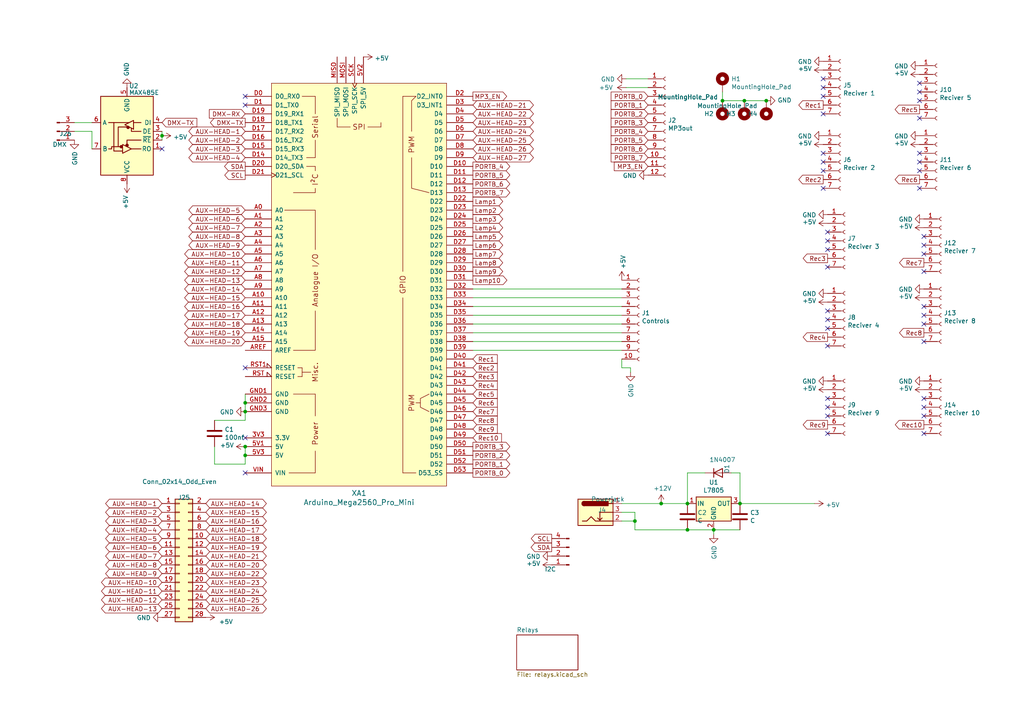
<source format=kicad_sch>
(kicad_sch (version 20230121) (generator eeschema)
  (paper "A4")
  (title_block (title "Quiz Buzzer") (date "2023-04-04") (rev "V0.1.2") (company "Tobin Stage") (comment 1 "By TwinTurbo"))
  (lib_symbols
    (symbol "Connector:Barrel_Jack_Switch" (pin_names hide)
      (property "Reference" "J" (at 0 5.334 0))
      (property "Value" "Barrel_Jack_Switch" (at 0 -5.08 0))
      (symbol "Barrel_Jack_Switch_1_1"
        (pin passive line (at 7.62 2.54 180) (length 2.54) (name "~") (number "1"))
        (pin passive line (at 7.62 -2.54 180) (length 2.54) (name "~") (number "2"))
        (pin passive line (at 7.62 0 180) (length 2.54) (name "~") (number "3"))
      )
    )
    (symbol "Connector:Conn_01x03_Pin" (pin_names (offset 1.016) hide)
      (property "Reference" "J" (at 0 5.08 0))
      (property "Value" "Conn_01x03_Pin" (at 0 -5.08 0))
      (symbol "Conn_01x03_Pin_1_1"
        (pin passive line (at 5.08 2.54 180) (length 3.81) (name "Pin_1") (number "1"))
        (pin passive line (at 5.08 0 180) (length 3.81) (name "Pin_2") (number "2"))
        (pin passive line (at 5.08 -2.54 180) (length 3.81) (name "Pin_3") (number "3"))
      )
    )
    (symbol "Connector:Conn_01x04_Pin" (pin_names (offset 1.016) hide)
      (property "Reference" "J" (at 0 5.08 0))
      (property "Value" "Conn_01x04_Pin" (at 0 -7.62 0))
      (symbol "Conn_01x04_Pin_1_1"
        (pin passive line (at 5.08 2.54 180) (length 3.81) (name "Pin_1") (number "1"))
        (pin passive line (at 5.08 0 180) (length 3.81) (name "Pin_2") (number "2"))
        (pin passive line (at 5.08 -2.54 180) (length 3.81) (name "Pin_3") (number "3"))
        (pin passive line (at 5.08 -5.08 180) (length 3.81) (name "Pin_4") (number "4"))
      )
    )
    (symbol "Connector_Generic:Conn_02x14_Odd_Even" (pin_names (offset 1.016) hide)
      (property "Reference" "J" (at 1.27 17.78 0))
      (property "Value" "Conn_02x14_Odd_Even" (at 1.27 -20.32 0))
      (symbol "Conn_02x14_Odd_Even_1_1"
        (pin passive line (at -5.08 15.24 0) (length 3.81) (name "Pin_1") (number "1"))
        (pin passive line (at 7.62 5.08 180) (length 3.81) (name "Pin_10") (number "10"))
        (pin passive line (at -5.08 2.54 0) (length 3.81) (name "Pin_11") (number "11"))
        (pin passive line (at 7.62 2.54 180) (length 3.81) (name "Pin_12") (number "12"))
        (pin passive line (at -5.08 0 0) (length 3.81) (name "Pin_13") (number "13"))
        (pin passive line (at 7.62 0 180) (length 3.81) (name "Pin_14") (number "14"))
        (pin passive line (at -5.08 -2.54 0) (length 3.81) (name "Pin_15") (number "15"))
        (pin passive line (at 7.62 -2.54 180) (length 3.81) (name "Pin_16") (number "16"))
        (pin passive line (at -5.08 -5.08 0) (length 3.81) (name "Pin_17") (number "17"))
        (pin passive line (at 7.62 -5.08 180) (length 3.81) (name "Pin_18") (number "18"))
        (pin passive line (at -5.08 -7.62 0) (length 3.81) (name "Pin_19") (number "19"))
        (pin passive line (at 7.62 15.24 180) (length 3.81) (name "Pin_2") (number "2"))
        (pin passive line (at 7.62 -7.62 180) (length 3.81) (name "Pin_20") (number "20"))
        (pin passive line (at -5.08 -10.16 0) (length 3.81) (name "Pin_21") (number "21"))
        (pin passive line (at 7.62 -10.16 180) (length 3.81) (name "Pin_22") (number "22"))
        (pin passive line (at -5.08 -12.7 0) (length 3.81) (name "Pin_23") (number "23"))
        (pin passive line (at 7.62 -12.7 180) (length 3.81) (name "Pin_24") (number "24"))
        (pin passive line (at -5.08 -15.24 0) (length 3.81) (name "Pin_25") (number "25"))
        (pin passive line (at 7.62 -15.24 180) (length 3.81) (name "Pin_26") (number "26"))
        (pin passive line (at -5.08 -17.78 0) (length 3.81) (name "Pin_27") (number "27"))
        (pin passive line (at 7.62 -17.78 180) (length 3.81) (name "Pin_28") (number "28"))
        (pin passive line (at -5.08 12.7 0) (length 3.81) (name "Pin_3") (number "3"))
        (pin passive line (at 7.62 12.7 180) (length 3.81) (name "Pin_4") (number "4"))
        (pin passive line (at -5.08 10.16 0) (length 3.81) (name "Pin_5") (number "5"))
        (pin passive line (at 7.62 10.16 180) (length 3.81) (name "Pin_6") (number "6"))
        (pin passive line (at -5.08 7.62 0) (length 3.81) (name "Pin_7") (number "7"))
        (pin passive line (at 7.62 7.62 180) (length 3.81) (name "Pin_8") (number "8"))
        (pin passive line (at -5.08 5.08 0) (length 3.81) (name "Pin_9") (number "9"))
      )
    )
    (symbol "Device:C" (pin_numbers hide) (pin_names (offset 0.254))
      (property "Reference" "C" (at 0.635 2.54 0))
      (property "Value" "C" (at 0.635 -2.54 0))
      (symbol "C_1_1"
        (pin passive line (at 0 3.81 270) (length 2.794) (name "~") (number "1"))
        (pin passive line (at 0 -3.81 90) (length 2.794) (name "~") (number "2"))
      )
    )
    (symbol "Diode:1N4007" (pin_numbers hide) (pin_names hide)
      (property "Reference" "D" (at 0 2.54 0))
      (property "Value" "1N4007" (at 0 -2.54 0))
      (symbol "1N4007_1_1"
        (pin passive line (at -3.81 0 0) (length 2.54) (name "K") (number "1"))
        (pin passive line (at 3.81 0 180) (length 2.54) (name "A") (number "2"))
      )
    )
    (symbol "Interface_UART:MAX485E"
      (property "Reference" "U" (at -6.096 11.43 0))
      (property "Value" "MAX485E" (at 0.762 11.43 0))
      (symbol "MAX485E_1_1"
        (pin output line (at -10.16 2.54 0) (length 2.54) (name "RO") (number "1"))
        (pin input line (at -10.16 0 0) (length 2.54) (name "~{RE}") (number "2"))
        (pin input line (at -10.16 -2.54 0) (length 2.54) (name "DE") (number "3"))
        (pin input line (at -10.16 -5.08 0) (length 2.54) (name "DI") (number "4"))
        (pin power_in line (at 0 -15.24 90) (length 2.54) (name "GND") (number "5"))
        (pin bidirectional line (at 10.16 -5.08 180) (length 2.54) (name "A") (number "6"))
        (pin bidirectional line (at 10.16 2.54 180) (length 2.54) (name "B") (number "7"))
        (pin power_in line (at 0 12.7 270) (length 2.54) (name "VCC") (number "8"))
      )
    )
    (symbol "Mechanical:MountingHole_Pad" (pin_numbers hide) (pin_names (offset 1.016) hide)
      (property "Reference" "H" (at 0 6.35 0))
      (property "Value" "MountingHole_Pad" (at 0 4.445 0))
      (symbol "MountingHole_Pad_1_1"
        (pin input line (at 0 -2.54 90) (length 2.54) (name "1") (number "1"))
      )
    )
    (symbol "Regulator_Linear:L7805" (pin_names (offset 0.254))
      (property "Reference" "U" (at -3.81 3.175 0))
      (property "Value" "L7805" (at 0 3.175 0))
      (symbol "L7805_1_1"
        (pin power_in line (at -7.62 0 0) (length 2.54) (name "IN") (number "1"))
        (pin power_in line (at 0 -7.62 90) (length 2.54) (name "GND") (number "2"))
        (pin power_out line (at 7.62 0 180) (length 2.54) (name "OUT") (number "3"))
      )
    )
    (symbol "power:+12V" (power) (pin_names (offset 0))
      (property "Value" "+12V" (at 0 3.556 0))
      (symbol "+12V_1_1"
        (pin power_in line (at 0 0 90) (length 0) hide (name "+12V") (number "1"))
      )
    )
    (symbol "power:+5V" (power) (pin_names (offset 0))
      (property "Value" "+5V" (at 0 3.556 0))
      (symbol "+5V_1_1"
        (pin power_in line (at 0 0 90) (length 0) hide (name "+5V") (number "1"))
      )
    )
    (symbol "power:GND" (power) (pin_names (offset 0))
      (property "Value" "GND" (at 0 -3.81 0))
      (symbol "GND_1_1"
        (pin power_in line (at 0 0 270) (length 0) hide (name "GND") (number "1"))
      )
    )
    (symbol "quizbuzzer-rescue:Arduino_Mega2560_Pro_Mini-AA-ROBSCH" (pin_names (offset 1.016))
      (property "Reference" "XA1" (at 0 -60.4774 0))
      (property "Value" "Arduino_Mega2560_Pro_Mini" (at 0 -63.1698 0))
      (symbol "Arduino_Mega2560_Pro_Mini-AA-ROBSCH_0_0"
        (text "Analogue I/O" (at -12.7 1.27 900) (effects (font (size 1.524 1.524))))
        (text "I²C" (at -12.7 30.48 900) (effects (font (size 1.524 1.524))))
        (text "Misc." (at -12.7 -25.4 900) (effects (font (size 1.524 1.524))))
        (text "Power" (at -12.7 -43.18 900) (effects (font (size 1.524 1.524))))
        (text "PWM" (at 15.24 -34.29 900) (effects (font (size 1.524 1.524))))
        (text "PWM" (at 15.24 40.64 900) (effects (font (size 1.524 1.524))))
        (text "Serial" (at -12.7 45.72 900) (effects (font (size 1.524 1.524))))
        (text "SPI" (at 0 45.72 0) (effects (font (size 1.524 1.524))))
      )
      (symbol "Arduino_Mega2560_Pro_Mini-AA-ROBSCH_1_0"
        (text "GPIO" (at 12.7 0 900) (effects (font (size 1.524 1.524))))
      )
      (symbol "Arduino_Mega2560_Pro_Mini-AA-ROBSCH_1_1"
        (pin power_in line (at -33.02 -44.45 0) (length 7.62) (name "3.3V") (number "3V3"))
        (pin power_in line (at -33.02 -46.99 0) (length 7.62) (name "5V") (number "5V1"))
        (pin power_in line (at 1.27 66.04 270) (length 7.62) (name "SPI_5V") (number "5V2"))
        (pin power_in line (at -33.02 -49.53 0) (length 7.62) (name "5V") (number "5V3"))
        (pin bidirectional line (at -33.02 21.59 0) (length 7.62) (name "A0") (number "A0"))
        (pin bidirectional line (at -33.02 19.05 0) (length 7.62) (name "A1") (number "A1"))
        (pin bidirectional line (at -33.02 -3.81 0) (length 7.62) (name "A10") (number "A10"))
        (pin bidirectional line (at -33.02 -6.35 0) (length 7.62) (name "A11") (number "A11"))
        (pin bidirectional line (at -33.02 -8.89 0) (length 7.62) (name "A12") (number "A12"))
        (pin bidirectional line (at -33.02 -11.43 0) (length 7.62) (name "A13") (number "A13"))
        (pin bidirectional line (at -33.02 -13.97 0) (length 7.62) (name "A14") (number "A14"))
        (pin bidirectional line (at -33.02 -16.51 0) (length 7.62) (name "A15") (number "A15"))
        (pin bidirectional line (at -33.02 16.51 0) (length 7.62) (name "A2") (number "A2"))
        (pin bidirectional line (at -33.02 13.97 0) (length 7.62) (name "A3") (number "A3"))
        (pin bidirectional line (at -33.02 11.43 0) (length 7.62) (name "A4") (number "A4"))
        (pin bidirectional line (at -33.02 8.89 0) (length 7.62) (name "A5") (number "A5"))
        (pin bidirectional line (at -33.02 6.35 0) (length 7.62) (name "A6") (number "A6"))
        (pin bidirectional line (at -33.02 3.81 0) (length 7.62) (name "A7") (number "A7"))
        (pin bidirectional line (at -33.02 1.27 0) (length 7.62) (name "A8") (number "A8"))
        (pin bidirectional line (at -33.02 -1.27 0) (length 7.62) (name "A9") (number "A9"))
        (pin input line (at -33.02 -19.05 0) (length 7.62) (name "AREF") (number "AREF"))
        (pin bidirectional line (at -33.02 54.61 0) (length 7.62) (name "D0_RX0") (number "D0"))
        (pin bidirectional line (at -33.02 52.07 0) (length 7.62) (name "D1_TX0") (number "D1"))
        (pin bidirectional line (at 33.02 34.29 180) (length 7.62) (name "D10") (number "D10"))
        (pin bidirectional line (at 33.02 31.75 180) (length 7.62) (name "D11") (number "D11"))
        (pin bidirectional line (at 33.02 29.21 180) (length 7.62) (name "D12") (number "D12"))
        (pin bidirectional line (at 33.02 26.67 180) (length 7.62) (name "D13") (number "D13"))
        (pin bidirectional line (at -33.02 36.83 0) (length 7.62) (name "D14_TX3") (number "D14"))
        (pin bidirectional line (at -33.02 39.37 0) (length 7.62) (name "D15_RX3") (number "D15"))
        (pin bidirectional line (at -33.02 41.91 0) (length 7.62) (name "D16_TX2") (number "D16"))
        (pin bidirectional line (at -33.02 44.45 0) (length 7.62) (name "D17_RX2") (number "D17"))
        (pin bidirectional line (at -33.02 46.99 0) (length 7.62) (name "D18_TX1") (number "D18"))
        (pin bidirectional line (at -33.02 49.53 0) (length 7.62) (name "D19_RX1") (number "D19"))
        (pin bidirectional line (at 33.02 54.61 180) (length 7.62) (name "D2_INT0") (number "D2"))
        (pin bidirectional line (at -33.02 34.29 0) (length 7.62) (name "D20_SDA") (number "D20"))
        (pin bidirectional clock (at -33.02 31.75 0) (length 7.62) (name "D21_SCL") (number "D21"))
        (pin bidirectional line (at 33.02 24.13 180) (length 7.62) (name "D22") (number "D22"))
        (pin bidirectional line (at 33.02 21.59 180) (length 7.62) (name "D23") (number "D23"))
        (pin bidirectional line (at 33.02 19.05 180) (length 7.62) (name "D24") (number "D24"))
        (pin bidirectional line (at 33.02 16.51 180) (length 7.62) (name "D25") (number "D25"))
        (pin bidirectional line (at 33.02 13.97 180) (length 7.62) (name "D26") (number "D26"))
        (pin bidirectional line (at 33.02 11.43 180) (length 7.62) (name "D27") (number "D27"))
        (pin bidirectional line (at 33.02 8.89 180) (length 7.62) (name "D28") (number "D28"))
        (pin bidirectional line (at 33.02 6.35 180) (length 7.62) (name "D29") (number "D29"))
        (pin bidirectional line (at 33.02 52.07 180) (length 7.62) (name "D3_INT1") (number "D3"))
        (pin bidirectional line (at 33.02 3.81 180) (length 7.62) (name "D30") (number "D30"))
        (pin bidirectional line (at 33.02 1.27 180) (length 7.62) (name "D31") (number "D31"))
        (pin bidirectional line (at 33.02 -1.27 180) (length 7.62) (name "D32") (number "D32"))
        (pin bidirectional line (at 33.02 -3.81 180) (length 7.62) (name "D33") (number "D33"))
        (pin bidirectional line (at 33.02 -6.35 180) (length 7.62) (name "D34") (number "D34"))
        (pin bidirectional line (at 33.02 -8.89 180) (length 7.62) (name "D35") (number "D35"))
        (pin bidirectional line (at 33.02 -11.43 180) (length 7.62) (name "D36") (number "D36"))
        (pin bidirectional line (at 33.02 -13.97 180) (length 7.62) (name "D37") (number "D37"))
        (pin bidirectional line (at 33.02 -16.51 180) (length 7.62) (name "D38") (number "D38"))
        (pin bidirectional line (at 33.02 -19.05 180) (length 7.62) (name "D39") (number "D39"))
        (pin bidirectional line (at 33.02 49.53 180) (length 7.62) (name "D4") (number "D4"))
        (pin bidirectional line (at 33.02 -21.59 180) (length 7.62) (name "D40") (number "D40"))
        (pin bidirectional line (at 33.02 -24.13 180) (length 7.62) (name "D41") (number "D41"))
        (pin bidirectional line (at 33.02 -26.67 180) (length 7.62) (name "D42") (number "D42"))
        (pin bidirectional line (at 33.02 -29.21 180) (length 7.62) (name "D43") (number "D43"))
        (pin bidirectional line (at 33.02 -31.75 180) (length 7.62) (name "D44") (number "D44"))
        (pin bidirectional line (at 33.02 -34.29 180) (length 7.62) (name "D45") (number "D45"))
        (pin bidirectional line (at 33.02 -36.83 180) (length 7.62) (name "D46") (number "D46"))
        (pin bidirectional line (at 33.02 -39.37 180) (length 7.62) (name "D47") (number "D47"))
        (pin bidirectional line (at 33.02 -41.91 180) (length 7.62) (name "D48") (number "D48"))
        (pin bidirectional line (at 33.02 -44.45 180) (length 7.62) (name "D49") (number "D49"))
        (pin bidirectional line (at 33.02 46.99 180) (length 7.62) (name "D5") (number "D5"))
        (pin bidirectional line (at 33.02 -46.99 180) (length 7.62) (name "D50") (number "D50"))
        (pin bidirectional line (at 33.02 -49.53 180) (length 7.62) (name "D51") (number "D51"))
        (pin bidirectional line (at 33.02 -52.07 180) (length 7.62) (name "D52") (number "D52"))
        (pin bidirectional line (at 33.02 -54.61 180) (length 7.62) (name "D53_SS") (number "D53"))
        (pin bidirectional line (at 33.02 44.45 180) (length 7.62) (name "D6") (number "D6"))
        (pin bidirectional line (at 33.02 41.91 180) (length 7.62) (name "D7") (number "D7"))
        (pin bidirectional line (at 33.02 39.37 180) (length 7.62) (name "D8") (number "D8"))
        (pin bidirectional line (at 33.02 36.83 180) (length 7.62) (name "D9") (number "D9"))
        (pin power_in line (at -33.02 -31.75 0) (length 7.62) (name "GND") (number "GND1"))
        (pin power_in line (at -33.02 -34.29 0) (length 7.62) (name "GND") (number "GND2"))
        (pin power_in line (at -33.02 -36.83 0) (length 7.62) (name "GND") (number "GND3"))
        (pin input line (at -6.35 66.04 270) (length 7.62) (name "SPI_MISO") (number "MISO"))
        (pin output line (at -3.81 66.04 270) (length 7.62) (name "SPI_MOSI") (number "MOSI"))
        (pin open_collector input_low (at -33.02 -26.67 0) (length 7.62) (name "RESET") (number "RST"))
        (pin open_collector input_low (at -33.02 -24.13 0) (length 7.62) (name "RESET") (number "RST1"))
        (pin output clock (at -1.27 66.04 270) (length 7.62) (name "SPI_SCK") (number "SCK"))
        (pin power_in line (at -33.02 -54.61 0) (length 7.62) (name "VIN") (number "VIN"))
      )
    )
    (symbol "quizbuzzer-rescue:Conn_01x07_Female-Connector" (pin_names (offset 1.016) hide)
      (property "Reference" "J" (at 0 10.16 0))
      (property "Value" "Connector_Conn_01x07_Female" (at 0 -10.16 0))
      (symbol "Conn_01x07_Female-Connector_1_1"
        (pin passive line (at -5.08 7.62 0) (length 3.81) (name "Pin_1") (number "1"))
        (pin passive line (at -5.08 5.08 0) (length 3.81) (name "Pin_2") (number "2"))
        (pin passive line (at -5.08 2.54 0) (length 3.81) (name "Pin_3") (number "3"))
        (pin passive line (at -5.08 0 0) (length 3.81) (name "Pin_4") (number "4"))
        (pin passive line (at -5.08 -2.54 0) (length 3.81) (name "Pin_5") (number "5"))
        (pin passive line (at -5.08 -5.08 0) (length 3.81) (name "Pin_6") (number "6"))
        (pin passive line (at -5.08 -7.62 0) (length 3.81) (name "Pin_7") (number "7"))
      )
    )
    (symbol "quizbuzzer-rescue:Conn_01x10_Female-Connector" (pin_names (offset 1.016) hide)
      (property "Reference" "J" (at 0 12.7 0))
      (property "Value" "Connector_Conn_01x10_Female" (at 0 -15.24 0))
      (symbol "Conn_01x10_Female-Connector_1_1"
        (pin passive line (at -5.08 10.16 0) (length 3.81) (name "Pin_1") (number "1"))
        (pin passive line (at -5.08 -12.7 0) (length 3.81) (name "Pin_10") (number "10"))
        (pin passive line (at -5.08 7.62 0) (length 3.81) (name "Pin_2") (number "2"))
        (pin passive line (at -5.08 5.08 0) (length 3.81) (name "Pin_3") (number "3"))
        (pin passive line (at -5.08 2.54 0) (length 3.81) (name "Pin_4") (number "4"))
        (pin passive line (at -5.08 0 0) (length 3.81) (name "Pin_5") (number "5"))
        (pin passive line (at -5.08 -2.54 0) (length 3.81) (name "Pin_6") (number "6"))
        (pin passive line (at -5.08 -5.08 0) (length 3.81) (name "Pin_7") (number "7"))
        (pin passive line (at -5.08 -7.62 0) (length 3.81) (name "Pin_8") (number "8"))
        (pin passive line (at -5.08 -10.16 0) (length 3.81) (name "Pin_9") (number "9"))
      )
    )
    (symbol "quizbuzzer-rescue:Conn_01x12_Female-Connector" (pin_names (offset 1.016) hide)
      (property "Reference" "J" (at 0 15.24 0))
      (property "Value" "Connector_Conn_01x12_Female" (at 0 -17.78 0))
      (symbol "Conn_01x12_Female-Connector_1_1"
        (pin passive line (at -5.08 12.7 0) (length 3.81) (name "Pin_1") (number "1"))
        (pin passive line (at -5.08 -10.16 0) (length 3.81) (name "Pin_10") (number "10"))
        (pin passive line (at -5.08 -12.7 0) (length 3.81) (name "Pin_11") (number "11"))
        (pin passive line (at -5.08 -15.24 0) (length 3.81) (name "Pin_12") (number "12"))
        (pin passive line (at -5.08 10.16 0) (length 3.81) (name "Pin_2") (number "2"))
        (pin passive line (at -5.08 7.62 0) (length 3.81) (name "Pin_3") (number "3"))
        (pin passive line (at -5.08 5.08 0) (length 3.81) (name "Pin_4") (number "4"))
        (pin passive line (at -5.08 2.54 0) (length 3.81) (name "Pin_5") (number "5"))
        (pin passive line (at -5.08 0 0) (length 3.81) (name "Pin_6") (number "6"))
        (pin passive line (at -5.08 -2.54 0) (length 3.81) (name "Pin_7") (number "7"))
        (pin passive line (at -5.08 -5.08 0) (length 3.81) (name "Pin_8") (number "8"))
        (pin passive line (at -5.08 -7.62 0) (length 3.81) (name "Pin_9") (number "9"))
      )
    )
  )
  (junction (at 46.99 39.37))
  (junction (at 71.12 119.38))
  (junction (at 209.55 29.21))
  (junction (at 214.63 146.05))
  (junction (at 71.12 129.54))
  (junction (at 215.9 29.21))
  (junction (at 71.12 132.08))
  (junction (at 222.25 29.21))
  (junction (at 199.39 153.67))
  (junction (at 191.77 146.05))
  (junction (at 207.01 153.67))
  (junction (at 199.39 146.05))
  (junction (at 71.12 116.84))
  (junction (at 184.15 151.13))
  (no_connect (at 267.97 115.57))
  (no_connect (at 267.97 73.66))
  (no_connect (at 240.03 115.57))
  (no_connect (at 266.7 29.21))
  (no_connect (at 266.7 26.67))
  (no_connect (at 71.12 27.94))
  (no_connect (at 238.76 46.99))
  (no_connect (at 238.76 22.86))
  (no_connect (at 266.7 49.53))
  (no_connect (at 267.97 120.65))
  (no_connect (at 71.12 137.16))
  (no_connect (at 267.97 118.11))
  (no_connect (at 238.76 25.4))
  (no_connect (at 266.7 34.29))
  (no_connect (at 267.97 125.73))
  (no_connect (at 266.7 46.99))
  (no_connect (at 240.03 67.31))
  (no_connect (at 240.03 72.39))
  (no_connect (at 266.7 44.45))
  (no_connect (at 238.76 27.94))
  (no_connect (at 267.97 68.58))
  (no_connect (at 71.12 30.48))
  (no_connect (at 240.03 125.73))
  (no_connect (at 240.03 90.17))
  (no_connect (at 238.76 44.45))
  (no_connect (at 238.76 54.61))
  (no_connect (at 240.03 120.65))
  (no_connect (at 240.03 118.11))
  (no_connect (at 267.97 88.9))
  (no_connect (at 266.7 54.61))
  (no_connect (at 71.12 127))
  (no_connect (at 46.99 43.18))
  (no_connect (at 240.03 92.71))
  (no_connect (at 240.03 69.85))
  (no_connect (at 267.97 78.74))
  (no_connect (at 238.76 33.02))
  (no_connect (at 240.03 95.25))
  (no_connect (at 267.97 99.06))
  (no_connect (at 267.97 91.44))
  (no_connect (at 71.12 106.68))
  (no_connect (at 240.03 77.47))
  (no_connect (at 238.76 49.53))
  (no_connect (at 267.97 93.98))
  (no_connect (at 266.7 24.13))
  (no_connect (at 267.97 71.12))
  (no_connect (at 240.03 100.33))
  (wire (pts (xy 62.23 121.92) (xy 71.12 121.92)))
  (wire (pts (xy 26.67 38.1) (xy 26.67 43.18)))
  (wire (pts (xy 207.01 153.67) (xy 214.63 153.67)))
  (wire (pts (xy 71.12 116.84) (xy 71.12 119.38)))
  (wire (pts (xy 215.9 29.21) (xy 222.25 29.21)))
  (wire (pts (xy 180.34 148.59) (xy 184.15 148.59)))
  (wire (pts (xy 180.34 146.05) (xy 191.77 146.05)))
  (wire (pts (xy 71.12 132.08) (xy 71.12 134.62)))
  (wire (pts (xy 184.15 153.67) (xy 199.39 153.67)))
  (wire (pts (xy 137.16 91.44) (xy 180.34 91.44)))
  (wire (pts (xy 187.96 22.86) (xy 181.61 22.86)))
  (wire (pts (xy 21.59 35.56) (xy 26.67 35.56)))
  (wire (pts (xy 21.59 38.1) (xy 26.67 38.1)))
  (wire (pts (xy 71.12 129.54) (xy 71.12 132.08)))
  (wire (pts (xy 137.16 93.98) (xy 180.34 93.98)))
  (wire (pts (xy 184.15 148.59) (xy 184.15 151.13)))
  (wire (pts (xy 184.15 151.13) (xy 184.15 153.67)))
  (wire (pts (xy 180.34 104.14) (xy 180.34 106.68)))
  (wire (pts (xy 214.63 137.16) (xy 214.63 146.05)))
  (wire (pts (xy 46.99 39.37) (xy 46.99 40.64)))
  (wire (pts (xy 214.63 146.05) (xy 236.22 146.05)))
  (wire (pts (xy 137.16 88.9) (xy 180.34 88.9)))
  (wire (pts (xy 199.39 137.16) (xy 199.39 146.05)))
  (wire (pts (xy 71.12 119.38) (xy 71.12 121.92)))
  (wire (pts (xy 137.16 83.82) (xy 180.34 83.82)))
  (wire (pts (xy 209.55 29.21) (xy 215.9 29.21)))
  (wire (pts (xy 180.34 151.13) (xy 184.15 151.13)))
  (wire (pts (xy 62.23 129.54) (xy 62.23 134.62)))
  (wire (pts (xy 137.16 101.6) (xy 180.34 101.6)))
  (wire (pts (xy 187.96 25.4) (xy 181.61 25.4)))
  (wire (pts (xy 204.47 137.16) (xy 199.39 137.16)))
  (wire (pts (xy 46.99 38.1) (xy 46.99 39.37)))
  (wire (pts (xy 191.77 146.05) (xy 199.39 146.05)))
  (wire (pts (xy 209.55 26.67) (xy 209.55 29.21)))
  (wire (pts (xy 137.16 86.36) (xy 180.34 86.36)))
  (wire (pts (xy 137.16 96.52) (xy 180.34 96.52)))
  (wire (pts (xy 182.88 106.68) (xy 182.88 107.95)))
  (wire (pts (xy 62.23 134.62) (xy 71.12 134.62)))
  (wire (pts (xy 199.39 153.67) (xy 207.01 153.67)))
  (wire (pts (xy 137.16 99.06) (xy 180.34 99.06)))
  (wire (pts (xy 180.34 106.68) (xy 182.88 106.68)))
  (wire (pts (xy 212.09 137.16) (xy 214.63 137.16)))
  (wire (pts (xy 71.12 114.3) (xy 71.12 116.84)))
  (wire (pts (xy 207.01 153.67) (xy 207.01 154.94)))
  (global_label "Lamp2" (shape output) (at 137.16 60.96 0) (property "Intersheetrefs" "${INTERSHEET_REFS}" (effects hide)))
  (global_label "DMX-RX" (shape input) (at 71.12 33.02 180) (property "Intersheetrefs" "${INTERSHEET_REFS}" (effects hide)))
  (global_label "Lamp8" (shape output) (at 137.16 76.2 0) (property "Intersheetrefs" "${INTERSHEET_REFS}" (effects hide)))
  (global_label "PORTB_3" (shape output) (at 137.16 129.54 0) (property "Intersheetrefs" "${INTERSHEET_REFS}" (effects hide)))
  (global_label "AUX-HEAD-20" (shape bidirectional) (at 59.69 163.83 0) (property "Intersheetrefs" "${INTERSHEET_REFS}" (effects hide)))
  (global_label "AUX-HEAD-7" (shape bidirectional) (at 46.99 161.29 180) (property "Intersheetrefs" "${INTERSHEET_REFS}" (effects hide)))
  (global_label "AUX-HEAD-23" (shape bidirectional) (at 59.69 168.91 0) (property "Intersheetrefs" "${INTERSHEET_REFS}" (effects hide)))
  (global_label "AUX-HEAD-17" (shape bidirectional) (at 59.69 153.67 0) (property "Intersheetrefs" "${INTERSHEET_REFS}" (effects hide)))
  (global_label "Rec2" (shape input) (at 137.16 106.68 0) (property "Intersheetrefs" "${INTERSHEET_REFS}" (effects hide)))
  (global_label "Lamp5" (shape output) (at 137.16 68.58 0) (property "Intersheetrefs" "${INTERSHEET_REFS}" (effects hide)))
  (global_label "Lamp9" (shape output) (at 137.16 78.74 0) (property "Intersheetrefs" "${INTERSHEET_REFS}" (effects hide)))
  (global_label "AUX-HEAD-27" (shape bidirectional) (at 137.16 45.72 0) (property "Intersheetrefs" "${INTERSHEET_REFS}" (effects hide)))
  (global_label "AUX-HEAD-2" (shape bidirectional) (at 46.99 148.59 180) (property "Intersheetrefs" "${INTERSHEET_REFS}" (effects hide)))
  (global_label "AUX-HEAD-12" (shape bidirectional) (at 46.99 173.99 180) (property "Intersheetrefs" "${INTERSHEET_REFS}" (effects hide)))
  (global_label "AUX-HEAD-26" (shape bidirectional) (at 137.16 43.18 0) (property "Intersheetrefs" "${INTERSHEET_REFS}" (effects hide)))
  (global_label "AUX-HEAD-8" (shape bidirectional) (at 46.99 163.83 180) (property "Intersheetrefs" "${INTERSHEET_REFS}" (effects hide)))
  (global_label "PORTB_0" (shape input) (at 187.96 27.94 180) (property "Intersheetrefs" "${INTERSHEET_REFS}" (effects hide)))
  (global_label "AUX-HEAD-15" (shape bidirectional) (at 59.69 148.59 0) (property "Intersheetrefs" "${INTERSHEET_REFS}" (effects hide)))
  (global_label "PORTB_2" (shape output) (at 137.16 132.08 0) (property "Intersheetrefs" "${INTERSHEET_REFS}" (effects hide)))
  (global_label "AUX-HEAD-11" (shape bidirectional) (at 46.99 171.45 180) (property "Intersheetrefs" "${INTERSHEET_REFS}" (effects hide)))
  (global_label "AUX-HEAD-22" (shape bidirectional) (at 59.69 166.37 0) (property "Intersheetrefs" "${INTERSHEET_REFS}" (effects hide)))
  (global_label "Rec3" (shape input) (at 137.16 109.22 0) (property "Intersheetrefs" "${INTERSHEET_REFS}" (effects hide)))
  (global_label "AUX-HEAD-14" (shape bidirectional) (at 59.69 146.05 0) (property "Intersheetrefs" "${INTERSHEET_REFS}" (effects hide)))
  (global_label "PORTB_5" (shape input) (at 187.96 40.64 180) (property "Intersheetrefs" "${INTERSHEET_REFS}" (effects hide)))
  (global_label "Lamp6" (shape output) (at 137.16 71.12 0) (property "Intersheetrefs" "${INTERSHEET_REFS}" (effects hide)))
  (global_label "Rec1" (shape output) (at 238.76 30.48 180) (property "Intersheetrefs" "${INTERSHEET_REFS}" (effects hide)))
  (global_label "Rec7" (shape input) (at 137.16 119.38 0) (property "Intersheetrefs" "${INTERSHEET_REFS}" (effects hide)))
  (global_label "Rec7" (shape output) (at 267.97 76.2 180) (property "Intersheetrefs" "${INTERSHEET_REFS}" (effects hide)))
  (global_label "AUX-HEAD-14" (shape bidirectional) (at 71.12 83.82 180) (property "Intersheetrefs" "${INTERSHEET_REFS}" (effects hide)))
  (global_label "SDA" (shape output) (at 71.12 48.26 180) (property "Intersheetrefs" "${INTERSHEET_REFS}" (effects hide)))
  (global_label "AUX-HEAD-4" (shape bidirectional) (at 46.99 153.67 180) (property "Intersheetrefs" "${INTERSHEET_REFS}" (effects hide)))
  (global_label "AUX-HEAD-8" (shape bidirectional) (at 71.12 68.58 180) (property "Intersheetrefs" "${INTERSHEET_REFS}" (effects hide)))
  (global_label "AUX-HEAD-25" (shape bidirectional) (at 59.69 173.99 0) (property "Intersheetrefs" "${INTERSHEET_REFS}" (effects hide)))
  (global_label "AUX-HEAD-22" (shape bidirectional) (at 137.16 33.02 0) (property "Intersheetrefs" "${INTERSHEET_REFS}" (effects hide)))
  (global_label "AUX-HEAD-4" (shape bidirectional) (at 71.12 45.72 180) (property "Intersheetrefs" "${INTERSHEET_REFS}" (effects hide)))
  (global_label "PORTB_1" (shape output) (at 137.16 134.62 0) (property "Intersheetrefs" "${INTERSHEET_REFS}" (effects hide)))
  (global_label "AUX-HEAD-18" (shape bidirectional) (at 71.12 93.98 180) (property "Intersheetrefs" "${INTERSHEET_REFS}" (effects hide)))
  (global_label "PORTB_1" (shape input) (at 187.96 30.48 180) (property "Intersheetrefs" "${INTERSHEET_REFS}" (effects hide)))
  (global_label "AUX-HEAD-1" (shape bidirectional) (at 71.12 38.1 180) (property "Intersheetrefs" "${INTERSHEET_REFS}" (effects hide)))
  (global_label "DMX-TX" (shape input) (at 46.99 35.56 0) (property "Intersheetrefs" "${INTERSHEET_REFS}" (effects hide)))
  (global_label "AUX-HEAD-20" (shape bidirectional) (at 71.12 99.06 180) (property "Intersheetrefs" "${INTERSHEET_REFS}" (effects hide)))
  (global_label "AUX-HEAD-16" (shape bidirectional) (at 71.12 88.9 180) (property "Intersheetrefs" "${INTERSHEET_REFS}" (effects hide)))
  (global_label "AUX-HEAD-26" (shape bidirectional) (at 59.69 176.53 0) (property "Intersheetrefs" "${INTERSHEET_REFS}" (effects hide)))
  (global_label "AUX-HEAD-17" (shape bidirectional) (at 71.12 91.44 180) (property "Intersheetrefs" "${INTERSHEET_REFS}" (effects hide)))
  (global_label "SCL" (shape output) (at 71.12 50.8 180) (property "Intersheetrefs" "${INTERSHEET_REFS}" (effects hide)))
  (global_label "Rec4" (shape output) (at 240.03 97.79 180) (property "Intersheetrefs" "${INTERSHEET_REFS}" (effects hide)))
  (global_label "AUX-HEAD-12" (shape bidirectional) (at 71.12 78.74 180) (property "Intersheetrefs" "${INTERSHEET_REFS}" (effects hide)))
  (global_label "Rec9" (shape output) (at 240.03 123.19 180) (property "Intersheetrefs" "${INTERSHEET_REFS}" (effects hide)))
  (global_label "Rec6" (shape output) (at 266.7 52.07 180) (property "Intersheetrefs" "${INTERSHEET_REFS}" (effects hide)))
  (global_label "Rec5" (shape output) (at 266.7 31.75 180) (property "Intersheetrefs" "${INTERSHEET_REFS}" (effects hide)))
  (global_label "Lamp3" (shape output) (at 137.16 63.5 0) (property "Intersheetrefs" "${INTERSHEET_REFS}" (effects hide)))
  (global_label "AUX-HEAD-5" (shape bidirectional) (at 46.99 156.21 180) (property "Intersheetrefs" "${INTERSHEET_REFS}" (effects hide)))
  (global_label "MP3_EN" (shape input) (at 187.96 48.26 180) (property "Intersheetrefs" "${INTERSHEET_REFS}" (effects hide)))
  (global_label "Rec8" (shape output) (at 267.97 96.52 180) (property "Intersheetrefs" "${INTERSHEET_REFS}" (effects hide)))
  (global_label "PORTB_4" (shape output) (at 137.16 48.26 0) (property "Intersheetrefs" "${INTERSHEET_REFS}" (effects hide)))
  (global_label "PORTB_3" (shape input) (at 187.96 35.56 180) (property "Intersheetrefs" "${INTERSHEET_REFS}" (effects hide)))
  (global_label "AUX-HEAD-21" (shape bidirectional) (at 137.16 30.48 0) (property "Intersheetrefs" "${INTERSHEET_REFS}" (effects hide)))
  (global_label "PORTB_2" (shape input) (at 187.96 33.02 180) (property "Intersheetrefs" "${INTERSHEET_REFS}" (effects hide)))
  (global_label "Rec2" (shape output) (at 238.76 52.07 180) (property "Intersheetrefs" "${INTERSHEET_REFS}" (effects hide)))
  (global_label "Lamp10" (shape output) (at 137.16 81.28 0) (property "Intersheetrefs" "${INTERSHEET_REFS}" (effects hide)))
  (global_label "AUX-HEAD-15" (shape bidirectional) (at 71.12 86.36 180) (property "Intersheetrefs" "${INTERSHEET_REFS}" (effects hide)))
  (global_label "AUX-HEAD-2" (shape bidirectional) (at 71.12 40.64 180) (property "Intersheetrefs" "${INTERSHEET_REFS}" (effects hide)))
  (global_label "AUX-HEAD-7" (shape bidirectional) (at 71.12 66.04 180) (property "Intersheetrefs" "${INTERSHEET_REFS}" (effects hide)))
  (global_label "Rec8" (shape input) (at 137.16 121.92 0) (property "Intersheetrefs" "${INTERSHEET_REFS}" (effects hide)))
  (global_label "AUX-HEAD-10" (shape bidirectional) (at 46.99 168.91 180) (property "Intersheetrefs" "${INTERSHEET_REFS}" (effects hide)))
  (global_label "AUX-HEAD-9" (shape bidirectional) (at 71.12 71.12 180) (property "Intersheetrefs" "${INTERSHEET_REFS}" (effects hide)))
  (global_label "AUX-HEAD-16" (shape bidirectional) (at 59.69 151.13 0) (property "Intersheetrefs" "${INTERSHEET_REFS}" (effects hide)))
  (global_label "AUX-HEAD-11" (shape bidirectional) (at 71.12 76.2 180) (property "Intersheetrefs" "${INTERSHEET_REFS}" (effects hide)))
  (global_label "PORTB_5" (shape output) (at 137.16 50.8 0) (property "Intersheetrefs" "${INTERSHEET_REFS}" (effects hide)))
  (global_label "Rec1" (shape input) (at 137.16 104.14 0) (property "Intersheetrefs" "${INTERSHEET_REFS}" (effects hide)))
  (global_label "Rec4" (shape input) (at 137.16 111.76 0) (property "Intersheetrefs" "${INTERSHEET_REFS}" (effects hide)))
  (global_label "Rec10" (shape output) (at 267.97 123.19 180) (property "Intersheetrefs" "${INTERSHEET_REFS}" (effects hide)))
  (global_label "Rec5" (shape input) (at 137.16 114.3 0) (property "Intersheetrefs" "${INTERSHEET_REFS}" (effects hide)))
  (global_label "PORTB_7" (shape output) (at 137.16 55.88 0) (property "Intersheetrefs" "${INTERSHEET_REFS}" (effects hide)))
  (global_label "PORTB_7" (shape input) (at 187.96 45.72 180) (property "Intersheetrefs" "${INTERSHEET_REFS}" (effects hide)))
  (global_label "PORTB_6" (shape output) (at 137.16 53.34 0) (property "Intersheetrefs" "${INTERSHEET_REFS}" (effects hide)))
  (global_label "SCL" (shape output) (at 160.02 156.21 180) (property "Intersheetrefs" "${INTERSHEET_REFS}" (effects hide)))
  (global_label "AUX-HEAD-18" (shape bidirectional) (at 59.69 156.21 0) (property "Intersheetrefs" "${INTERSHEET_REFS}" (effects hide)))
  (global_label "AUX-HEAD-21" (shape bidirectional) (at 59.69 161.29 0) (property "Intersheetrefs" "${INTERSHEET_REFS}" (effects hide)))
  (global_label "AUX-HEAD-19" (shape bidirectional) (at 71.12 96.52 180) (property "Intersheetrefs" "${INTERSHEET_REFS}" (effects hide)))
  (global_label "AUX-HEAD-23" (shape bidirectional) (at 137.16 35.56 0) (property "Intersheetrefs" "${INTERSHEET_REFS}" (effects hide)))
  (global_label "Lamp4" (shape output) (at 137.16 66.04 0) (property "Intersheetrefs" "${INTERSHEET_REFS}" (effects hide)))
  (global_label "PORTB_0" (shape output) (at 137.16 137.16 0) (property "Intersheetrefs" "${INTERSHEET_REFS}" (effects hide)))
  (global_label "AUX-HEAD-5" (shape bidirectional) (at 71.12 60.96 180) (property "Intersheetrefs" "${INTERSHEET_REFS}" (effects hide)))
  (global_label "Lamp7" (shape output) (at 137.16 73.66 0) (property "Intersheetrefs" "${INTERSHEET_REFS}" (effects hide)))
  (global_label "AUX-HEAD-25" (shape bidirectional) (at 137.16 40.64 0) (property "Intersheetrefs" "${INTERSHEET_REFS}" (effects hide)))
  (global_label "SDA" (shape output) (at 160.02 158.75 180) (property "Intersheetrefs" "${INTERSHEET_REFS}" (effects hide)))
  (global_label "Rec9" (shape input) (at 137.16 124.46 0) (property "Intersheetrefs" "${INTERSHEET_REFS}" (effects hide)))
  (global_label "Rec10" (shape input) (at 137.16 127 0) (property "Intersheetrefs" "${INTERSHEET_REFS}" (effects hide)))
  (global_label "Rec6" (shape input) (at 137.16 116.84 0) (property "Intersheetrefs" "${INTERSHEET_REFS}" (effects hide)))
  (global_label "AUX-HEAD-24" (shape bidirectional) (at 59.69 171.45 0) (property "Intersheetrefs" "${INTERSHEET_REFS}" (effects hide)))
  (global_label "AUX-HEAD-3" (shape bidirectional) (at 46.99 151.13 180) (property "Intersheetrefs" "${INTERSHEET_REFS}" (effects hide)))
  (global_label "AUX-HEAD-19" (shape bidirectional) (at 59.69 158.75 0) (property "Intersheetrefs" "${INTERSHEET_REFS}" (effects hide)))
  (global_label "PORTB_4" (shape input) (at 187.96 38.1 180) (property "Intersheetrefs" "${INTERSHEET_REFS}" (effects hide)))
  (global_label "Lamp1" (shape output) (at 137.16 58.42 0) (property "Intersheetrefs" "${INTERSHEET_REFS}" (effects hide)))
  (global_label "DMX-TX" (shape output) (at 71.12 35.56 180) (property "Intersheetrefs" "${INTERSHEET_REFS}" (effects hide)))
  (global_label "AUX-HEAD-10" (shape bidirectional) (at 71.12 73.66 180) (property "Intersheetrefs" "${INTERSHEET_REFS}" (effects hide)))
  (global_label "AUX-HEAD-6" (shape bidirectional) (at 71.12 63.5 180) (property "Intersheetrefs" "${INTERSHEET_REFS}" (effects hide)))
  (global_label "AUX-HEAD-1" (shape bidirectional) (at 46.99 146.05 180) (property "Intersheetrefs" "${INTERSHEET_REFS}" (effects hide)))
  (global_label "AUX-HEAD-6" (shape bidirectional) (at 46.99 158.75 180) (property "Intersheetrefs" "${INTERSHEET_REFS}" (effects hide)))
  (global_label "AUX-HEAD-13" (shape bidirectional) (at 71.12 81.28 180) (property "Intersheetrefs" "${INTERSHEET_REFS}" (effects hide)))
  (global_label "AUX-HEAD-24" (shape bidirectional) (at 137.16 38.1 0) (property "Intersheetrefs" "${INTERSHEET_REFS}" (effects hide)))
  (global_label "AUX-HEAD-3" (shape bidirectional) (at 71.12 43.18 180) (property "Intersheetrefs" "${INTERSHEET_REFS}" (effects hide)))
  (global_label "MP3_EN" (shape output) (at 137.16 27.94 0) (property "Intersheetrefs" "${INTERSHEET_REFS}" (effects hide)))
  (global_label "Rec3" (shape output) (at 240.03 74.93 180) (property "Intersheetrefs" "${INTERSHEET_REFS}" (effects hide)))
  (global_label "PORTB_6" (shape input) (at 187.96 43.18 180) (property "Intersheetrefs" "${INTERSHEET_REFS}" (effects hide)))
  (global_label "AUX-HEAD-13" (shape bidirectional) (at 46.99 176.53 180) (property "Intersheetrefs" "${INTERSHEET_REFS}" (effects hide)))
  (global_label "AUX-HEAD-9" (shape bidirectional) (at 46.99 166.37 180) (property "Intersheetrefs" "${INTERSHEET_REFS}" (effects hide)))
  (symbol (lib_id "quizbuzzer-rescue:Conn_01x07_Female-Connector") (at 243.84 25.4 0) (unit 1)
    (property "Reference" "J5" (at 244.5512 24.7396 0) (effects (justify left)))
    (property "Value" "Reciver 1" (at 244.5512 27.051 0) (effects (justify left)))
    (property "Footprint" "Connector_PinSocket_2.54mm:PinSocket_1x07_P2.54mm_Vertical" (effects hide))
  )
  (symbol (lib_id "quizbuzzer-rescue:Conn_01x07_Female-Connector") (at 243.84 46.99 0) (unit 1)
    (property "Reference" "J6" (at 244.5512 46.3296 0) (effects (justify left)))
    (property "Value" "Reciver 2" (at 244.5512 48.641 0) (effects (justify left)))
    (property "Footprint" "Connector_PinSocket_2.54mm:PinSocket_1x07_P2.54mm_Vertical" (effects hide))
  )
  (symbol (lib_id "quizbuzzer-rescue:Conn_01x07_Female-Connector") (at 245.11 69.85 0) (unit 1)
    (property "Reference" "J7" (at 245.8212 69.1896 0) (effects (justify left)))
    (property "Value" "Reciver 3" (at 245.8212 71.501 0) (effects (justify left)))
    (property "Footprint" "Connector_PinSocket_2.54mm:PinSocket_1x07_P2.54mm_Vertical" (effects hide))
  )
  (symbol (lib_id "quizbuzzer-rescue:Conn_01x07_Female-Connector") (at 245.11 92.71 0) (unit 1)
    (property "Reference" "J8" (at 245.8212 92.0496 0) (effects (justify left)))
    (property "Value" "Reciver 4" (at 245.8212 94.361 0) (effects (justify left)))
    (property "Footprint" "Connector_PinSocket_2.54mm:PinSocket_1x07_P2.54mm_Vertical" (effects hide))
  )
  (symbol (lib_id "quizbuzzer-rescue:Conn_01x07_Female-Connector") (at 271.78 26.67 0) (unit 1)
    (property "Reference" "J10" (at 272.4912 26.0096 0) (effects (justify left)))
    (property "Value" "Reciver 5" (at 272.4912 28.321 0) (effects (justify left)))
    (property "Footprint" "Connector_PinSocket_2.54mm:PinSocket_1x07_P2.54mm_Vertical" (effects hide))
  )
  (symbol (lib_id "quizbuzzer-rescue:Conn_01x07_Female-Connector") (at 271.78 46.99 0) (unit 1)
    (property "Reference" "J11" (at 272.4912 46.3296 0) (effects (justify left)))
    (property "Value" "Reciver 6" (at 272.4912 48.641 0) (effects (justify left)))
    (property "Footprint" "Connector_PinSocket_2.54mm:PinSocket_1x07_P2.54mm_Vertical" (effects hide))
  )
  (symbol (lib_id "power:+5V") (at 238.76 20.32 90) (unit 1)
    (property "Reference" "#PWR015" (effects hide))
    (property "Value" "+5V" (at 235.5088 19.939 90) (effects (justify left)))
  )
  (symbol (lib_id "power:+5V") (at 238.76 41.91 90) (unit 1)
    (property "Reference" "#PWR016" (effects hide))
    (property "Value" "+5V" (at 235.5088 41.529 90) (effects (justify left)))
  )
  (symbol (lib_id "power:+5V") (at 240.03 64.77 90) (unit 1)
    (property "Reference" "#PWR018" (effects hide))
    (property "Value" "+5V" (at 236.7788 64.389 90) (effects (justify left)))
  )
  (symbol (lib_id "power:+5V") (at 240.03 87.63 90) (unit 1)
    (property "Reference" "#PWR020" (effects hide))
    (property "Value" "+5V" (at 236.7788 87.249 90) (effects (justify left)))
  )
  (symbol (lib_id "power:+5V") (at 266.7 21.59 90) (unit 1)
    (property "Reference" "#PWR024" (effects hide))
    (property "Value" "+5V" (at 263.4488 21.209 90) (effects (justify left)))
  )
  (symbol (lib_id "power:+5V") (at 266.7 41.91 90) (unit 1)
    (property "Reference" "#PWR026" (effects hide))
    (property "Value" "+5V" (at 263.4488 41.529 90) (effects (justify left)))
  )
  (symbol (lib_id "power:+5V") (at 71.12 129.54 90) (unit 1)
    (property "Reference" "#PWR05" (effects hide))
    (property "Value" "+5V" (at 67.8688 129.159 90) (effects (justify left)))
  )
  (symbol (lib_id "power:GND") (at 71.12 119.38 270) (unit 1)
    (property "Reference" "#PWR04" (effects hide))
    (property "Value" "GND" (at 67.8688 119.507 90) (effects (justify right)))
  )
  (symbol (lib_id "power:GND") (at 240.03 85.09 270) (unit 1)
    (property "Reference" "#PWR019" (effects hide))
    (property "Value" "GND" (at 236.7788 85.217 90) (effects (justify right)))
  )
  (symbol (lib_id "power:GND") (at 240.03 62.23 270) (unit 1)
    (property "Reference" "#PWR017" (effects hide))
    (property "Value" "GND" (at 236.7788 62.357 90) (effects (justify right)))
  )
  (symbol (lib_id "power:GND") (at 238.76 17.78 270) (unit 1)
    (property "Reference" "#PWR014" (effects hide))
    (property "Value" "GND" (at 235.5088 17.907 90) (effects (justify right)))
  )
  (symbol (lib_id "power:GND") (at 266.7 19.05 270) (unit 1)
    (property "Reference" "#PWR023" (effects hide))
    (property "Value" "GND" (at 263.4488 19.177 90) (effects (justify right)))
  )
  (symbol (lib_id "power:GND") (at 266.7 39.37 270) (unit 1)
    (property "Reference" "#PWR025" (effects hide))
    (property "Value" "GND" (at 263.4488 39.497 90) (effects (justify right)))
  )
  (symbol (lib_id "quizbuzzer-rescue:Conn_01x07_Female-Connector") (at 273.05 71.12 0) (unit 1)
    (property "Reference" "J12" (at 273.7612 70.4596 0) (effects (justify left)))
    (property "Value" "Reciver 7" (at 273.7612 72.771 0) (effects (justify left)))
    (property "Footprint" "Connector_PinSocket_2.54mm:PinSocket_1x07_P2.54mm_Vertical" (effects hide))
  )
  (symbol (lib_id "quizbuzzer-rescue:Conn_01x07_Female-Connector") (at 273.05 91.44 0) (unit 1)
    (property "Reference" "J13" (at 273.7612 90.7796 0) (effects (justify left)))
    (property "Value" "Reciver 8" (at 273.7612 93.091 0) (effects (justify left)))
    (property "Footprint" "Connector_PinSocket_2.54mm:PinSocket_1x07_P2.54mm_Vertical" (effects hide))
  )
  (symbol (lib_id "power:+5V") (at 267.97 66.04 90) (unit 1)
    (property "Reference" "#PWR028" (effects hide))
    (property "Value" "+5V" (at 264.7188 65.659 90) (effects (justify left)))
  )
  (symbol (lib_id "power:+5V") (at 267.97 86.36 90) (unit 1)
    (property "Reference" "#PWR030" (effects hide))
    (property "Value" "+5V" (at 264.7188 85.979 90) (effects (justify left)))
  )
  (symbol (lib_id "power:GND") (at 267.97 63.5 270) (unit 1)
    (property "Reference" "#PWR027" (effects hide))
    (property "Value" "GND" (at 264.7188 63.627 90) (effects (justify right)))
  )
  (symbol (lib_id "power:GND") (at 267.97 83.82 270) (unit 1)
    (property "Reference" "#PWR029" (effects hide))
    (property "Value" "GND" (at 264.7188 83.947 90) (effects (justify right)))
  )
  (symbol (lib_id "quizbuzzer-rescue:Conn_01x12_Female-Connector") (at 193.04 35.56 0) (unit 1)
    (property "Reference" "J2" (at 193.7512 34.8996 0) (effects (justify left)))
    (property "Value" "MP3out" (at 193.7512 37.211 0) (effects (justify left)))
    (property "Footprint" "Connector_PinSocket_2.54mm:PinSocket_1x12_P2.54mm_Vertical" (effects hide))
  )
  (symbol (lib_id "power:+5V") (at 181.61 25.4 90) (unit 1)
    (property "Reference" "#PWR07" (effects hide))
    (property "Value" "+5V" (at 177.8 25.4 90) (effects (justify left)))
  )
  (symbol (lib_id "power:GND") (at 181.61 22.86 270) (unit 1)
    (property "Reference" "#PWR06" (effects hide))
    (property "Value" "GND" (at 178.3588 22.987 90) (effects (justify right)))
  )
  (symbol (lib_id "power:GND") (at 187.96 50.8 270) (unit 1)
    (property "Reference" "#PWR08" (effects hide))
    (property "Value" "GND" (at 184.7088 50.927 90) (effects (justify right)))
  )
  (symbol (lib_id "quizbuzzer-rescue:Conn_01x10_Female-Connector") (at 185.42 91.44 0) (unit 1)
    (property "Reference" "J1" (at 186.1312 90.7796 0) (effects (justify left)))
    (property "Value" "Controls" (at 186.1312 93.091 0) (effects (justify left)))
    (property "Footprint" "Connector_PinHeader_2.54mm:PinHeader_1x10_P2.54mm_Vertical" (effects hide))
  )
  (symbol (lib_id "Regulator_Linear:L7805") (at 207.01 146.05 0) (unit 1)
    (property "Reference" "U1" (at 207.01 139.9032 0))
    (property "Value" "L7805" (at 207.01 142.2146 0))
    (property "Footprint" "Package_TO_SOT_THT:TO-220-3_Vertical" (effects hide))
    (property "Datasheet" "http://www.st.com/content/ccc/resource/technical/document/datasheet/41/4f/b3/b0/12/d4/47/88/CD00000444.pdf/files/CD00000444.pdf/jcr:content/translations/en.CD00000444.pdf" (effects hide))
  )
  (symbol (lib_id "Device:C") (at 199.39 149.86 0) (unit 1)
    (property "Reference" "C2" (at 202.311 148.6916 0) (effects (justify left)))
    (property "Value" "C" (at 202.311 151.003 0) (effects (justify left)))
    (property "Footprint" "Capacitor_THT:C_Disc_D4.3mm_W1.9mm_P5.00mm" (effects hide))
  )
  (symbol (lib_id "Device:C") (at 214.63 149.86 0) (unit 1)
    (property "Reference" "C3" (at 217.551 148.6916 0) (effects (justify left)))
    (property "Value" "C" (at 217.551 151.003 0) (effects (justify left)))
    (property "Footprint" "Capacitor_THT:C_Disc_D4.3mm_W1.9mm_P5.00mm" (effects hide))
  )
  (symbol (lib_id "Diode:1N4007") (at 208.28 137.16 0) (mirror x) (unit 1)
    (property "Reference" "D1" (at 210.82 134.62 90) (effects (justify left)))
    (property "Value" "1N4007" (at 205.74 133.35 0) (effects (justify left)))
    (property "Footprint" "Diode_THT:D_DO-41_SOD81_P10.16mm_Horizontal" (effects hide))
    (property "Datasheet" "http://www.vishay.com/docs/88503/1n4001.pdf" (effects hide))
  )
  (symbol (lib_id "power:GND") (at 207.01 154.94 0) (unit 1)
    (property "Reference" "#PWR012" (effects hide))
    (property "Value" "GND" (at 207.137 158.1912 90) (effects (justify right)))
  )
  (symbol (lib_id "power:+5V") (at 236.22 146.05 270) (unit 1)
    (property "Reference" "#PWR013" (effects hide))
    (property "Value" "+5V" (at 239.4712 146.431 90) (effects (justify left)))
  )
  (symbol (lib_id "Connector:Barrel_Jack_Switch") (at 172.72 148.59 0) (unit 1)
    (property "Reference" "J4" (at 173.4312 147.9296 0) (effects (justify left)))
    (property "Value" "Powerjack" (at 171.45 144.78 0) (effects (justify left)))
    (property "Footprint" "Connector_BarrelJack:BarrelJack_Horizontal" (effects hide))
  )
  (symbol (lib_id "power:+12V") (at 191.77 146.05 0) (unit 1)
    (property "Reference" "#PWR011" (effects hide))
    (property "Value" "+12V" (at 192.151 141.6558 0))
  )
  (symbol (lib_id "Connector:Conn_01x04_Pin") (at 165.1 161.29 180) (unit 1)
    (property "Reference" "J3" (effects hide))
    (property "Value" "I2C" (at 161.29 165.1 0) (effects (justify left)))
    (property "Footprint" "Connector_PinSocket_2.54mm:PinSocket_1x04_P2.54mm_Vertical" (effects hide))
  )
  (symbol (lib_id "power:+5V") (at 160.02 163.83 90) (unit 1)
    (property "Reference" "#PWR09" (effects hide))
    (property "Value" "+5V" (at 156.7688 163.449 90) (effects (justify left)))
  )
  (symbol (lib_id "power:GND") (at 160.02 161.29 270) (unit 1)
    (property "Reference" "#PWR010" (effects hide))
    (property "Value" "GND" (at 156.7688 161.417 90) (effects (justify right)))
  )
  (symbol (lib_id "Device:C") (at 62.23 125.73 0) (unit 1)
    (property "Reference" "C1" (at 65.151 124.5616 0) (effects (justify left)))
    (property "Value" "100nf" (at 65.151 126.873 0) (effects (justify left)))
    (property "Footprint" "Capacitor_THT:C_Disc_D4.3mm_W1.9mm_P5.00mm" (effects hide))
  )
  (symbol (lib_id "power:GND") (at 238.76 39.37 270) (unit 1)
    (property "Reference" "#PWR0104" (effects hide))
    (property "Value" "GND" (at 235.5088 39.497 90) (effects (justify right)))
  )
  (symbol (lib_id "power:GND") (at 182.88 107.95 0) (unit 1)
    (property "Reference" "#PWR03" (effects hide))
    (property "Value" "GND" (at 183.007 111.2012 90) (effects (justify right)))
  )
  (symbol (lib_id "quizbuzzer-rescue:Conn_01x07_Female-Connector") (at 245.11 118.11 0) (unit 1)
    (property "Reference" "J9" (at 245.8212 117.4496 0) (effects (justify left)))
    (property "Value" "Reciver 9" (at 245.8212 119.761 0) (effects (justify left)))
    (property "Footprint" "Connector_PinSocket_2.54mm:PinSocket_1x07_P2.54mm_Vertical" (effects hide))
  )
  (symbol (lib_id "quizbuzzer-rescue:Conn_01x07_Female-Connector") (at 273.05 118.11 0) (unit 1)
    (property "Reference" "J14" (at 273.7612 117.4496 0) (effects (justify left)))
    (property "Value" "Reciver 10" (at 273.7612 119.761 0) (effects (justify left)))
    (property "Footprint" "Connector_PinSocket_2.54mm:PinSocket_1x07_P2.54mm_Vertical" (effects hide))
  )
  (symbol (lib_id "power:+5V") (at 240.03 113.03 90) (unit 1)
    (property "Reference" "#PWR022" (effects hide))
    (property "Value" "+5V" (at 236.7788 112.649 90) (effects (justify left)))
  )
  (symbol (lib_id "power:+5V") (at 267.97 113.03 90) (unit 1)
    (property "Reference" "#PWR032" (effects hide))
    (property "Value" "+5V" (at 264.7188 112.649 90) (effects (justify left)))
  )
  (symbol (lib_id "power:GND") (at 240.03 110.49 270) (unit 1)
    (property "Reference" "#PWR021" (effects hide))
    (property "Value" "GND" (at 236.7788 110.617 90) (effects (justify right)))
  )
  (symbol (lib_id "power:GND") (at 267.97 110.49 270) (unit 1)
    (property "Reference" "#PWR031" (effects hide))
    (property "Value" "GND" (at 264.7188 110.617 90) (effects (justify right)))
  )
  (symbol (lib_id "power:+5V") (at 180.34 81.28 0) (unit 1)
    (property "Reference" "#PWR0101" (effects hide))
    (property "Value" "+5V" (at 180.721 78.0288 90) (effects (justify left)))
  )
  (symbol (lib_id "quizbuzzer-rescue:Arduino_Mega2560_Pro_Mini-AA-ROBSCH") (at 104.14 82.55 0) (unit 1)
    (property "Reference" "XA1" (at 104.14 143.0274 0) (effects (font (size 1.524 1.524))))
    (property "Value" "Arduino_Mega2560_Pro_Mini" (at 104.14 145.7198 0) (effects (font (size 1.524 1.524))))
    (property "Footprint" "AA-ROB-FULL:MEGA2560PRO-EMBED" (effects hide))
  )
  (symbol (lib_id "power:+5V") (at 105.41 16.51 270) (unit 1)
    (property "Reference" "#PWR0102" (effects hide))
    (property "Value" "+5V" (at 108.6612 16.891 90) (effects (justify left)))
  )
  (symbol (lib_id "Mechanical:MountingHole_Pad") (at 209.55 24.13 0) (unit 1)
    (property "Reference" "H1" (at 212.09 22.8854 0) (effects (justify left)))
    (property "Value" "MountingHole_Pad" (at 212.09 25.1968 0) (effects (justify left)))
    (property "Footprint" "MountingHole:MountingHole_3.2mm_M3_DIN965_Pad" (effects hide))
  )
  (symbol (lib_id "Mechanical:MountingHole_Pad") (at 209.55 31.75 180) (unit 1)
    (property "Reference" "H2" (at 207.01 32.9946 0) (effects (justify left)))
    (property "Value" "MountingHole_Pad" (at 208.28 28.1432 0) (effects (justify left)))
    (property "Footprint" "MountingHole:MountingHole_3.2mm_M3_DIN965_Pad" (effects hide))
  )
  (symbol (lib_id "Mechanical:MountingHole_Pad") (at 215.9 31.75 180) (unit 1)
    (property "Reference" "H3" (at 213.36 32.9946 0) (effects (justify left)))
    (property "Value" "MountingHole_Pad" (at 208.28 28.1432 0) (effects (justify left)))
    (property "Footprint" "MountingHole:MountingHole_3.2mm_M3_DIN965_Pad" (effects hide))
  )
  (symbol (lib_id "Mechanical:MountingHole_Pad") (at 222.25 31.75 180) (unit 1)
    (property "Reference" "H4" (at 219.71 32.9946 0) (effects (justify left)))
    (property "Value" "MountingHole_Pad" (at 219.71 30.6832 0) (effects (justify left)))
    (property "Footprint" "MountingHole:MountingHole_3.2mm_M3_DIN965_Pad" (effects hide))
  )
  (symbol (lib_id "power:GND") (at 222.25 29.21 90) (unit 1)
    (property "Reference" "#PWR0103" (effects hide))
    (property "Value" "GND" (at 225.5012 29.083 90) (effects (justify right)))
  )
  (symbol (lib_id "Connector:Conn_01x03_Pin") (at 16.51 38.1 0) (mirror x) (unit 1)
    (property "Reference" "J26" (at 17.2212 38.7604 0) (effects (justify left)))
    (property "Value" "DMX" (at 15.24 41.91 0) (effects (justify left)))
    (property "Footprint" "Connector_PinSocket_2.54mm:PinSocket_1x03_P2.54mm_Vertical" (effects hide))
  )
  (symbol (lib_id "power:+5V") (at 46.99 39.37 270) (unit 1)
    (property "Reference" "#PWR073" (effects hide))
    (property "Value" "+5V" (at 50.2412 39.751 90) (effects (justify left)))
  )
  (symbol (lib_id "power:GND") (at 36.83 25.4 180) (unit 1)
    (property "Reference" "#PWR075" (effects hide))
    (property "Value" "GND" (at 36.703 22.1488 90) (effects (justify right)))
  )
  (symbol (lib_id "power:+5V") (at 36.83 53.34 180) (unit 1)
    (property "Reference" "#PWR074" (effects hide))
    (property "Value" "+5V" (at 36.449 56.5912 90) (effects (justify left)))
  )
  (symbol (lib_id "power:+5V") (at 59.69 179.07 270) (unit 1)
    (property "Reference" "#PWR01" (effects hide))
    (property "Value" "+5V" (at 63.5 180.34 90) (effects (justify left)))
  )
  (symbol (lib_id "Interface_UART:MAX485E") (at 36.83 40.64 180) (unit 1)
    (property "Reference" "U2" (at 37.4141 24.9301 0) (effects (justify right)))
    (property "Value" "MAX485E" (at 37.4141 26.8511 0) (effects (justify right)))
    (property "Footprint" "Package_DIP:DIP-8_W7.62mm_LongPads" (effects hide))
    (property "Datasheet" "https://datasheets.maximintegrated.com/en/ds/MAX1487E-MAX491E.pdf" (effects hide))
  )
  (symbol (lib_id "power:GND") (at 46.99 179.07 270) (unit 1)
    (property "Reference" "#PWR02" (effects hide))
    (property "Value" "GND" (at 43.7388 179.197 90) (effects (justify right)))
  )
  (symbol (lib_id "Connector_Generic:Conn_02x14_Odd_Even") (at 52.07 161.29 0) (unit 1)
    (property "Reference" "J25" (at 53.34 144.3101 0))
    (property "Value" "Conn_02x14_Odd_Even" (at 52.07 139.7 0))
    (property "Footprint" "Connector_PinHeader_2.54mm:PinHeader_2x14_P2.54mm_Vertical" (effects hide))
  )
  (symbol (lib_id "power:GND") (at 21.59 40.64 0) (unit 1)
    (property "Reference" "#PWR076" (effects hide))
    (property "Value" "GND" (at 21.717 43.8912 90) (effects (justify right)))
  )
  (sheet (at 149.86 184.15) (size 17.78 10.16)
    (property "Sheetname" "Relays" (at 149.86 183.4384 0) (effects (justify left bottom)))
    (property "Sheetfile" "relays.kicad_sch" (at 149.86 194.8946 0) (effects (justify left top)))
  )
)
</source>
